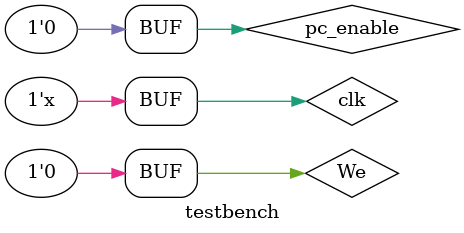
<source format=v>

module testbench;

wire [31:0]pc_output,ALU_Result,Mem_out,Instr_32;


reg [31:0] read_address , write_address ;//address '32 bits 
reg [7:0] write_data;
reg We , clk;
wire [31:0] read_data;

reg [7:0] index[0:256];

always
#100 clk = ~ clk;


integer i,j;
reg pc_enable=0;

initial
begin
clk=0;
We=1;
#5
We=0;
#5;
/*
$readmemb("E:\MyMemoryFile.txt" , index,0,11);

clk =0;
$display(    "  write_address=%d, write_data=%d  ,read_address=%d,  read_data =%d  ,We= %d" 
              ,write_address,write_data,read_address,read_data,We);


We=1;
for (i=0;i<12;i=i+1)
begin
#5
write_address<=i;
write_data<=index[i];
#5;
end
We=0;
#3;
pc_enable=1;
#5;
if (pc_output==2);
pc_enable=0;
*/
end
 processor e7na_a4ba7_fa45olaaaaa(write_data,write_address,We,pc_output,ALU_Result,Mem_out,pc_enable,clk);//module processor(write_data,write_address,We,pc_output,ALU_Result,Mem_out,clk);
endmodule


/*
for (j=0;j<3;j=j+1)
begin

read_address<=j;
#5;
$display(    "  write_address=%d, write_data=%d  ,read_address=%d,  read_data =%d  ,We= %d" 
              ,write_address,write_data,read_address,read_data,We);
end
*/
</source>
